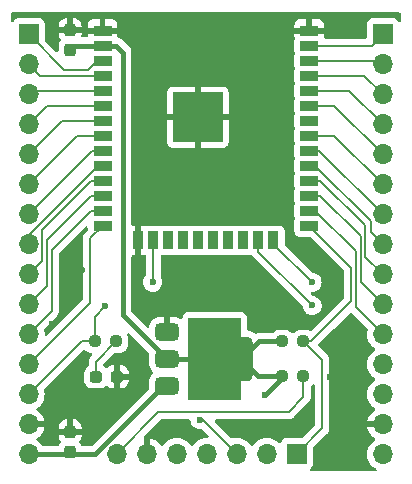
<source format=gtl>
G04 #@! TF.GenerationSoftware,KiCad,Pcbnew,8.0.0*
G04 #@! TF.CreationDate,2024-03-07T23:13:23+01:00*
G04 #@! TF.ProjectId,ESP32j1mmb,45535033-326a-4316-9d6d-622e6b696361,rev?*
G04 #@! TF.SameCoordinates,Original*
G04 #@! TF.FileFunction,Copper,L1,Top*
G04 #@! TF.FilePolarity,Positive*
%FSLAX46Y46*%
G04 Gerber Fmt 4.6, Leading zero omitted, Abs format (unit mm)*
G04 Created by KiCad (PCBNEW 8.0.0) date 2024-03-07 23:13:23*
%MOMM*%
%LPD*%
G01*
G04 APERTURE LIST*
G04 Aperture macros list*
%AMRoundRect*
0 Rectangle with rounded corners*
0 $1 Rounding radius*
0 $2 $3 $4 $5 $6 $7 $8 $9 X,Y pos of 4 corners*
0 Add a 4 corners polygon primitive as box body*
4,1,4,$2,$3,$4,$5,$6,$7,$8,$9,$2,$3,0*
0 Add four circle primitives for the rounded corners*
1,1,$1+$1,$2,$3*
1,1,$1+$1,$4,$5*
1,1,$1+$1,$6,$7*
1,1,$1+$1,$8,$9*
0 Add four rect primitives between the rounded corners*
20,1,$1+$1,$2,$3,$4,$5,0*
20,1,$1+$1,$4,$5,$6,$7,0*
20,1,$1+$1,$6,$7,$8,$9,0*
20,1,$1+$1,$8,$9,$2,$3,0*%
G04 Aperture macros list end*
G04 #@! TA.AperFunction,SMDPad,CuDef*
%ADD10RoundRect,0.375000X-0.625000X-0.375000X0.625000X-0.375000X0.625000X0.375000X-0.625000X0.375000X0*%
G04 #@! TD*
G04 #@! TA.AperFunction,SMDPad,CuDef*
%ADD11RoundRect,0.500000X-0.500000X-1.400000X0.500000X-1.400000X0.500000X1.400000X-0.500000X1.400000X0*%
G04 #@! TD*
G04 #@! TA.AperFunction,SMDPad,CuDef*
%ADD12R,1.500000X0.900000*%
G04 #@! TD*
G04 #@! TA.AperFunction,SMDPad,CuDef*
%ADD13R,0.900000X1.500000*%
G04 #@! TD*
G04 #@! TA.AperFunction,SMDPad,CuDef*
%ADD14R,1.050000X1.050000*%
G04 #@! TD*
G04 #@! TA.AperFunction,HeatsinkPad*
%ADD15C,0.600000*%
G04 #@! TD*
G04 #@! TA.AperFunction,HeatsinkPad*
%ADD16C,1.200000*%
G04 #@! TD*
G04 #@! TA.AperFunction,SMDPad,CuDef*
%ADD17R,4.200000X4.200000*%
G04 #@! TD*
G04 #@! TA.AperFunction,SMDPad,CuDef*
%ADD18RoundRect,0.237500X-0.250000X-0.237500X0.250000X-0.237500X0.250000X0.237500X-0.250000X0.237500X0*%
G04 #@! TD*
G04 #@! TA.AperFunction,ComponentPad*
%ADD19R,1.700000X1.700000*%
G04 #@! TD*
G04 #@! TA.AperFunction,ComponentPad*
%ADD20O,1.700000X1.700000*%
G04 #@! TD*
G04 #@! TA.AperFunction,SMDPad,CuDef*
%ADD21RoundRect,0.237500X0.237500X-0.300000X0.237500X0.300000X-0.237500X0.300000X-0.237500X-0.300000X0*%
G04 #@! TD*
G04 #@! TA.AperFunction,SMDPad,CuDef*
%ADD22RoundRect,0.237500X0.287500X0.237500X-0.287500X0.237500X-0.287500X-0.237500X0.287500X-0.237500X0*%
G04 #@! TD*
G04 #@! TA.AperFunction,ViaPad*
%ADD23C,0.600000*%
G04 #@! TD*
G04 #@! TA.AperFunction,Conductor*
%ADD24C,0.400000*%
G04 #@! TD*
G04 #@! TA.AperFunction,Conductor*
%ADD25C,0.200000*%
G04 #@! TD*
G04 APERTURE END LIST*
D10*
X86700000Y-125200000D03*
X86700000Y-127500000D03*
D11*
X93000000Y-127500000D03*
D10*
X86700000Y-129800000D03*
D12*
X81250000Y-99690000D03*
X81250000Y-100960000D03*
X81250000Y-102230000D03*
X81250000Y-103500000D03*
X81250000Y-104770000D03*
X81250000Y-106040000D03*
X81250000Y-107310000D03*
X81250000Y-108580000D03*
X81250000Y-109850000D03*
X81250000Y-111120000D03*
X81250000Y-112390000D03*
X81250000Y-113660000D03*
X81250000Y-114930000D03*
X81250000Y-116200000D03*
D13*
X84290000Y-117450000D03*
X85560000Y-117450000D03*
X86830000Y-117450000D03*
X88100000Y-117450000D03*
X89370000Y-117450000D03*
X90640000Y-117450000D03*
X91910000Y-117450000D03*
X93180000Y-117450000D03*
X94450000Y-117450000D03*
X95720000Y-117450000D03*
D12*
X98750000Y-116200000D03*
X98750000Y-114930000D03*
X98750000Y-113660000D03*
X98750000Y-112390000D03*
X98750000Y-111120000D03*
X98750000Y-109850000D03*
X98750000Y-108580000D03*
X98750000Y-107310000D03*
X98750000Y-106040000D03*
X98750000Y-104770000D03*
X98750000Y-103500000D03*
X98750000Y-102230000D03*
X98750000Y-100960000D03*
X98750000Y-99690000D03*
D14*
X87795000Y-105505000D03*
D15*
X87795000Y-106267500D03*
D14*
X87795000Y-107030000D03*
D15*
X87795000Y-107792500D03*
D14*
X87795000Y-108555000D03*
D15*
X88557500Y-105505000D03*
D16*
X88557500Y-107030000D03*
D15*
X88557500Y-108555000D03*
D14*
X89320000Y-105505000D03*
D15*
X89320000Y-106267500D03*
D14*
X89320000Y-107030000D03*
D17*
X89320000Y-107030000D03*
D15*
X89320000Y-107792500D03*
D14*
X89320000Y-108555000D03*
D15*
X90082500Y-105505000D03*
D16*
X90082500Y-107030000D03*
D15*
X90082500Y-108555000D03*
D14*
X90845000Y-105505000D03*
D15*
X90845000Y-106267500D03*
D14*
X90845000Y-107030000D03*
D15*
X90845000Y-107792500D03*
D14*
X90845000Y-108555000D03*
D18*
X96437500Y-128912500D03*
X98262500Y-128912500D03*
D19*
X105000000Y-100000000D03*
D20*
X105000000Y-102540000D03*
X105000000Y-105080000D03*
X105000000Y-107620000D03*
X105000000Y-110160000D03*
X105000000Y-112700000D03*
X105000000Y-115240000D03*
X105000000Y-117780000D03*
X105000000Y-120320000D03*
X105000000Y-122860000D03*
X105000000Y-125400000D03*
X105000000Y-127940000D03*
X105000000Y-130480000D03*
X105000000Y-133020000D03*
X105000000Y-135560000D03*
D21*
X78500000Y-101362500D03*
X78500000Y-99637500D03*
D18*
X80587500Y-126000000D03*
X82412500Y-126000000D03*
D19*
X75000000Y-100000000D03*
D20*
X75000000Y-102540000D03*
X75000000Y-105080000D03*
X75000000Y-107620000D03*
X75000000Y-110160000D03*
X75000000Y-112700000D03*
X75000000Y-115240000D03*
X75000000Y-117780000D03*
X75000000Y-120320000D03*
X75000000Y-122860000D03*
X75000000Y-125400000D03*
X75000000Y-127940000D03*
X75000000Y-130480000D03*
X75000000Y-133020000D03*
X75000000Y-135560000D03*
D19*
X97700000Y-135500000D03*
D20*
X95160000Y-135500000D03*
X92620000Y-135500000D03*
X90080000Y-135500000D03*
X87540000Y-135500000D03*
X85000000Y-135500000D03*
X82460000Y-135500000D03*
D22*
X82455000Y-129000000D03*
X80705000Y-129000000D03*
D18*
X96437500Y-126000000D03*
X98262500Y-126000000D03*
D21*
X78500000Y-135362500D03*
X78500000Y-133637500D03*
D23*
X81500000Y-132000000D03*
X98000000Y-133000000D03*
X77000000Y-124500000D03*
X100500000Y-129000000D03*
X77000000Y-99000000D03*
X101500000Y-99000000D03*
X99500000Y-119500000D03*
X79500000Y-120000000D03*
X95000000Y-122500000D03*
X95000000Y-130500000D03*
X81500000Y-122999994D03*
X85500000Y-121000000D03*
X89500000Y-132650000D03*
X99000000Y-121000000D03*
X99000012Y-122959606D03*
D24*
X86700000Y-127500000D02*
X83000000Y-123800000D01*
X81250000Y-100960000D02*
X78902500Y-100960000D01*
X83000000Y-123800000D02*
X83000000Y-101560000D01*
X83000000Y-101560000D02*
X82400000Y-100960000D01*
X93000000Y-127500000D02*
X94500000Y-126000000D01*
X82400000Y-100960000D02*
X81250000Y-100960000D01*
X94500000Y-126000000D02*
X96437500Y-126000000D01*
X96437500Y-128912500D02*
X96437500Y-129062500D01*
X94412500Y-128912500D02*
X96437500Y-128912500D01*
X86700000Y-127500000D02*
X93000000Y-127500000D01*
X78902500Y-100960000D02*
X78500000Y-101362500D01*
X93000000Y-127500000D02*
X94412500Y-128912500D01*
X96437500Y-129062500D02*
X95000000Y-130500000D01*
X86392233Y-129800000D02*
X86700000Y-129800000D01*
X80632233Y-135560000D02*
X86392233Y-129800000D01*
X78302500Y-135560000D02*
X78500000Y-135362500D01*
X75000000Y-135560000D02*
X80632233Y-135560000D01*
X75000000Y-135560000D02*
X78302500Y-135560000D01*
D25*
X76580000Y-106040000D02*
X75000000Y-107620000D01*
X81250000Y-106040000D02*
X76580000Y-106040000D01*
X98262500Y-130737500D02*
X98262500Y-128912500D01*
X82460000Y-135500000D02*
X85960000Y-132000000D01*
X75000000Y-100000000D02*
X78000000Y-103000000D01*
X80770000Y-102230000D02*
X81250000Y-102230000D01*
X80000000Y-103000000D02*
X80770000Y-102230000D01*
X85960000Y-132000000D02*
X97000000Y-132000000D01*
X78000000Y-103000000D02*
X80000000Y-103000000D01*
X97000000Y-132000000D02*
X98262500Y-130737500D01*
X81250000Y-104770000D02*
X75310000Y-104770000D01*
X75310000Y-104770000D02*
X75000000Y-105080000D01*
X80300000Y-112390000D02*
X76150000Y-116540000D01*
X76150000Y-116540000D02*
X76150000Y-119170000D01*
X81250000Y-112390000D02*
X80300000Y-112390000D01*
X76150000Y-119170000D02*
X75000000Y-120320000D01*
X81250000Y-108580000D02*
X79120000Y-108580000D01*
X79120000Y-108580000D02*
X75000000Y-112700000D01*
X76950000Y-123450000D02*
X75000000Y-125400000D01*
X76950000Y-118280000D02*
X76950000Y-123450000D01*
X80300000Y-114930000D02*
X76950000Y-118280000D01*
X81250000Y-114930000D02*
X80300000Y-114930000D01*
X77850000Y-107310000D02*
X75000000Y-110160000D01*
X81250000Y-107310000D02*
X77850000Y-107310000D01*
X81250000Y-113660000D02*
X80300000Y-113660000D01*
X76550000Y-117410000D02*
X76550000Y-121310000D01*
X76550000Y-121310000D02*
X75000000Y-122860000D01*
X80300000Y-113660000D02*
X76550000Y-117410000D01*
X85560000Y-120940000D02*
X85560000Y-117450000D01*
X75000000Y-130480000D02*
X79480000Y-126000000D01*
X85500000Y-121000000D02*
X85560000Y-120940000D01*
X80587500Y-126000000D02*
X80587500Y-123912494D01*
X80587500Y-123912494D02*
X81500000Y-122999994D01*
X79480000Y-126000000D02*
X80587500Y-126000000D01*
X75000000Y-102540000D02*
X75960000Y-103500000D01*
X75960000Y-103500000D02*
X81250000Y-103500000D01*
X80187500Y-117262500D02*
X80187500Y-122752500D01*
X80187500Y-122752500D02*
X75000000Y-127940000D01*
X81250000Y-116200000D02*
X80187500Y-117262500D01*
X81250000Y-109850000D02*
X80390000Y-109850000D01*
X80390000Y-109850000D02*
X75000000Y-115240000D01*
X75000000Y-117000000D02*
X75000000Y-117780000D01*
X80880000Y-111120000D02*
X75000000Y-117000000D01*
X81250000Y-111120000D02*
X80880000Y-111120000D01*
X89770000Y-132650000D02*
X89500000Y-132650000D01*
X102150000Y-104770000D02*
X105000000Y-107620000D01*
X92620000Y-135500000D02*
X89770000Y-132650000D01*
X98750000Y-104770000D02*
X102150000Y-104770000D01*
X98919239Y-126000000D02*
X98262500Y-126000000D01*
X102300001Y-119750001D02*
X102300001Y-122619238D01*
X102300001Y-122619238D02*
X98919239Y-126000000D01*
X99850000Y-133350000D02*
X99850000Y-127587500D01*
X98750000Y-116200000D02*
X102300001Y-119750001D01*
X97700000Y-135500000D02*
X99850000Y-133350000D01*
X99850000Y-127587500D02*
X98262500Y-126000000D01*
X98750000Y-103500000D02*
X103420000Y-103500000D01*
X103420000Y-103500000D02*
X105000000Y-105080000D01*
X104000000Y-116780000D02*
X105000000Y-117780000D01*
X98750000Y-111120000D02*
X99280000Y-111120000D01*
X99280000Y-111120000D02*
X104000000Y-115840000D01*
X104000000Y-115840000D02*
X104000000Y-116780000D01*
X104690000Y-102230000D02*
X105000000Y-102540000D01*
X98750000Y-102230000D02*
X104690000Y-102230000D01*
X98750000Y-108580000D02*
X100880000Y-108580000D01*
X100880000Y-108580000D02*
X105000000Y-112700000D01*
X99610000Y-109850000D02*
X105000000Y-115240000D01*
X98750000Y-109850000D02*
X99610000Y-109850000D01*
X102700000Y-123100000D02*
X105000000Y-125400000D01*
X98750000Y-114930000D02*
X99280000Y-114930000D01*
X99280000Y-114930000D02*
X102700000Y-118350000D01*
X102700000Y-118350000D02*
X102700000Y-123100000D01*
X95720000Y-117750000D02*
X98970000Y-121000000D01*
X98970000Y-121000000D02*
X99000000Y-121000000D01*
X95720000Y-117450000D02*
X95720000Y-117750000D01*
X98750000Y-113660000D02*
X99700000Y-113660000D01*
X103100000Y-120960000D02*
X105000000Y-122860000D01*
X103100000Y-117060000D02*
X103100000Y-120960000D01*
X99700000Y-113660000D02*
X103100000Y-117060000D01*
X103500000Y-116190000D02*
X103500000Y-118820000D01*
X103500000Y-118820000D02*
X105000000Y-120320000D01*
X98750000Y-112390000D02*
X99700000Y-112390000D01*
X99700000Y-112390000D02*
X103500000Y-116190000D01*
X98750000Y-106040000D02*
X100880000Y-106040000D01*
X100880000Y-106040000D02*
X105000000Y-110160000D01*
X104040000Y-100960000D02*
X98750000Y-100960000D01*
X105000000Y-100000000D02*
X104040000Y-100960000D01*
X94450000Y-117450000D02*
X94450000Y-118409594D01*
X94450000Y-118409594D02*
X99000012Y-122959606D01*
X80705000Y-129000000D02*
X80705000Y-127707500D01*
X80705000Y-127707500D02*
X82412500Y-126000000D01*
G04 #@! TA.AperFunction,Conductor*
G36*
X92943039Y-124019685D02*
G01*
X92988794Y-124072489D01*
X93000000Y-124124000D01*
X93000000Y-130876000D01*
X92980315Y-130943039D01*
X92927511Y-130988794D01*
X92876000Y-131000000D01*
X88624000Y-131000000D01*
X88556961Y-130980315D01*
X88511206Y-130927511D01*
X88500000Y-130876000D01*
X88500000Y-124124000D01*
X88519685Y-124056961D01*
X88572489Y-124011206D01*
X88624000Y-124000000D01*
X92876000Y-124000000D01*
X92943039Y-124019685D01*
G37*
G04 #@! TD.AperFunction*
G04 #@! TA.AperFunction,Conductor*
G36*
X102302953Y-123568034D02*
G01*
X102347300Y-123596535D01*
X103667233Y-124916468D01*
X103700718Y-124977791D01*
X103699327Y-125036241D01*
X103664939Y-125164583D01*
X103664936Y-125164596D01*
X103644341Y-125399999D01*
X103644341Y-125400000D01*
X103664936Y-125635403D01*
X103664938Y-125635413D01*
X103726094Y-125863655D01*
X103726096Y-125863659D01*
X103726097Y-125863663D01*
X103761319Y-125939196D01*
X103825965Y-126077830D01*
X103825967Y-126077834D01*
X103961501Y-126271395D01*
X103961506Y-126271402D01*
X104128597Y-126438493D01*
X104128603Y-126438498D01*
X104314158Y-126568425D01*
X104357783Y-126623002D01*
X104364977Y-126692500D01*
X104333454Y-126754855D01*
X104314158Y-126771575D01*
X104128597Y-126901505D01*
X103961505Y-127068597D01*
X103825965Y-127262169D01*
X103825965Y-127262170D01*
X103726098Y-127476335D01*
X103726094Y-127476344D01*
X103664938Y-127704586D01*
X103664936Y-127704596D01*
X103644341Y-127939999D01*
X103644341Y-127940000D01*
X103664936Y-128175403D01*
X103664938Y-128175413D01*
X103726094Y-128403655D01*
X103726096Y-128403659D01*
X103726097Y-128403663D01*
X103747093Y-128448688D01*
X103825965Y-128617830D01*
X103825967Y-128617834D01*
X103961501Y-128811395D01*
X103961506Y-128811402D01*
X104128597Y-128978493D01*
X104128603Y-128978498D01*
X104314158Y-129108425D01*
X104357783Y-129163002D01*
X104364977Y-129232500D01*
X104333454Y-129294855D01*
X104314158Y-129311575D01*
X104128597Y-129441505D01*
X103961505Y-129608597D01*
X103825965Y-129802169D01*
X103825964Y-129802171D01*
X103726098Y-130016335D01*
X103726094Y-130016344D01*
X103664938Y-130244586D01*
X103664936Y-130244596D01*
X103644341Y-130479999D01*
X103644341Y-130480000D01*
X103664936Y-130715403D01*
X103664938Y-130715413D01*
X103726094Y-130943655D01*
X103726096Y-130943659D01*
X103726097Y-130943663D01*
X103812901Y-131129815D01*
X103825965Y-131157830D01*
X103825967Y-131157834D01*
X103961501Y-131351395D01*
X103961506Y-131351402D01*
X104128597Y-131518493D01*
X104128603Y-131518498D01*
X104314594Y-131648730D01*
X104358219Y-131703307D01*
X104365413Y-131772805D01*
X104333890Y-131835160D01*
X104314595Y-131851880D01*
X104128922Y-131981890D01*
X104128920Y-131981891D01*
X103961891Y-132148920D01*
X103961886Y-132148926D01*
X103826400Y-132342420D01*
X103826399Y-132342422D01*
X103726570Y-132556507D01*
X103726567Y-132556513D01*
X103669364Y-132769999D01*
X103669364Y-132770000D01*
X104566988Y-132770000D01*
X104534075Y-132827007D01*
X104500000Y-132954174D01*
X104500000Y-133085826D01*
X104534075Y-133212993D01*
X104566988Y-133270000D01*
X103669364Y-133270000D01*
X103726567Y-133483486D01*
X103726570Y-133483492D01*
X103826399Y-133697578D01*
X103961894Y-133891082D01*
X104128917Y-134058105D01*
X104314595Y-134188119D01*
X104358219Y-134242696D01*
X104365412Y-134312195D01*
X104333890Y-134374549D01*
X104314595Y-134391269D01*
X104128594Y-134521508D01*
X103961505Y-134688597D01*
X103825965Y-134882169D01*
X103825964Y-134882171D01*
X103726098Y-135096335D01*
X103726094Y-135096344D01*
X103664938Y-135324586D01*
X103664936Y-135324596D01*
X103644341Y-135559999D01*
X103644341Y-135560000D01*
X103664936Y-135795403D01*
X103664938Y-135795413D01*
X103726094Y-136023655D01*
X103726096Y-136023659D01*
X103726097Y-136023663D01*
X103797987Y-136177831D01*
X103825965Y-136237830D01*
X103825967Y-136237834D01*
X103919493Y-136371402D01*
X103961505Y-136431401D01*
X104128599Y-136598495D01*
X104225384Y-136666265D01*
X104322165Y-136734032D01*
X104322167Y-136734033D01*
X104322170Y-136734035D01*
X104384539Y-136763118D01*
X104436978Y-136809290D01*
X104456130Y-136876484D01*
X104435914Y-136943365D01*
X104382749Y-136988700D01*
X104332134Y-136999500D01*
X98890103Y-136999500D01*
X98823064Y-136979815D01*
X98777309Y-136927011D01*
X98767365Y-136857853D01*
X98796390Y-136794297D01*
X98815792Y-136776234D01*
X98875240Y-136731730D01*
X98907546Y-136707546D01*
X98993796Y-136592331D01*
X99044091Y-136457483D01*
X99050500Y-136397873D01*
X99050499Y-135050095D01*
X99070184Y-134983057D01*
X99086813Y-134962420D01*
X100218713Y-133830521D01*
X100218716Y-133830520D01*
X100330520Y-133718716D01*
X100380639Y-133631904D01*
X100409577Y-133581785D01*
X100450500Y-133429057D01*
X100450500Y-133270943D01*
X100450500Y-127676559D01*
X100450501Y-127676546D01*
X100450501Y-127508445D01*
X100450501Y-127508443D01*
X100409577Y-127355715D01*
X100355569Y-127262171D01*
X100330520Y-127218784D01*
X100218716Y-127106980D01*
X100218715Y-127106979D01*
X100214385Y-127102649D01*
X100214374Y-127102639D01*
X99527785Y-126416050D01*
X99494300Y-126354727D01*
X99499284Y-126285035D01*
X99527785Y-126240688D01*
X100840631Y-124927842D01*
X102171940Y-123596533D01*
X102233261Y-123563050D01*
X102302953Y-123568034D01*
G37*
G04 #@! TD.AperFunction*
G04 #@! TA.AperFunction,Conductor*
G36*
X88645083Y-132620185D02*
G01*
X88690838Y-132672989D01*
X88701264Y-132710616D01*
X88714630Y-132829250D01*
X88714631Y-132829254D01*
X88774211Y-132999523D01*
X88828439Y-133085826D01*
X88870184Y-133152262D01*
X88997738Y-133279816D01*
X89150478Y-133375789D01*
X89302706Y-133429056D01*
X89320745Y-133435368D01*
X89320750Y-133435369D01*
X89499996Y-133455565D01*
X89500000Y-133455565D01*
X89500003Y-133455565D01*
X89591842Y-133445217D01*
X89644071Y-133439332D01*
X89712893Y-133451386D01*
X89745636Y-133474871D01*
X90206333Y-133935568D01*
X90239818Y-133996891D01*
X90234834Y-134066583D01*
X90192962Y-134122516D01*
X90127498Y-134146933D01*
X90107844Y-134146777D01*
X90080001Y-134144341D01*
X90079999Y-134144341D01*
X89844596Y-134164936D01*
X89844586Y-134164938D01*
X89616344Y-134226094D01*
X89616335Y-134226098D01*
X89402171Y-134325964D01*
X89402169Y-134325965D01*
X89208597Y-134461505D01*
X89041505Y-134628597D01*
X88911575Y-134814158D01*
X88856998Y-134857783D01*
X88787500Y-134864977D01*
X88725145Y-134833454D01*
X88708425Y-134814158D01*
X88578494Y-134628597D01*
X88411402Y-134461506D01*
X88411395Y-134461501D01*
X88403984Y-134456312D01*
X88340651Y-134411965D01*
X88217834Y-134325967D01*
X88217830Y-134325965D01*
X88188300Y-134312195D01*
X88003663Y-134226097D01*
X88003659Y-134226096D01*
X88003655Y-134226094D01*
X87775413Y-134164938D01*
X87775403Y-134164936D01*
X87540001Y-134144341D01*
X87539999Y-134144341D01*
X87304596Y-134164936D01*
X87304586Y-134164938D01*
X87076344Y-134226094D01*
X87076335Y-134226098D01*
X86862171Y-134325964D01*
X86862169Y-134325965D01*
X86668597Y-134461505D01*
X86501508Y-134628594D01*
X86371269Y-134814595D01*
X86316692Y-134858219D01*
X86247193Y-134865412D01*
X86184839Y-134833890D01*
X86168119Y-134814594D01*
X86038113Y-134628926D01*
X86038108Y-134628920D01*
X85871082Y-134461894D01*
X85677578Y-134326399D01*
X85463492Y-134226570D01*
X85463486Y-134226567D01*
X85250000Y-134169364D01*
X85250000Y-135066988D01*
X85192993Y-135034075D01*
X85065826Y-135000000D01*
X84934174Y-135000000D01*
X84807007Y-135034075D01*
X84750000Y-135066988D01*
X84750000Y-134110595D01*
X84769685Y-134043556D01*
X84786313Y-134022921D01*
X86172416Y-132636819D01*
X86233739Y-132603334D01*
X86260097Y-132600500D01*
X88578044Y-132600500D01*
X88645083Y-132620185D01*
G37*
G04 #@! TD.AperFunction*
G04 #@! TA.AperFunction,Conductor*
G36*
X99168834Y-129639870D02*
G01*
X99224767Y-129681742D01*
X99249184Y-129747206D01*
X99249500Y-129756052D01*
X99249500Y-133049902D01*
X99229815Y-133116941D01*
X99213181Y-133137583D01*
X98237582Y-134113181D01*
X98176259Y-134146666D01*
X98149901Y-134149500D01*
X96802129Y-134149500D01*
X96802123Y-134149501D01*
X96742516Y-134155908D01*
X96607671Y-134206202D01*
X96607664Y-134206206D01*
X96492455Y-134292452D01*
X96492452Y-134292455D01*
X96406206Y-134407664D01*
X96406203Y-134407669D01*
X96357189Y-134539083D01*
X96315317Y-134595016D01*
X96249853Y-134619433D01*
X96181580Y-134604581D01*
X96153326Y-134583430D01*
X96031402Y-134461506D01*
X96031395Y-134461501D01*
X96023984Y-134456312D01*
X95960651Y-134411965D01*
X95837834Y-134325967D01*
X95837830Y-134325965D01*
X95808300Y-134312195D01*
X95623663Y-134226097D01*
X95623659Y-134226096D01*
X95623655Y-134226094D01*
X95395413Y-134164938D01*
X95395403Y-134164936D01*
X95160001Y-134144341D01*
X95159999Y-134144341D01*
X94924596Y-134164936D01*
X94924586Y-134164938D01*
X94696344Y-134226094D01*
X94696335Y-134226098D01*
X94482171Y-134325964D01*
X94482169Y-134325965D01*
X94288597Y-134461505D01*
X94121505Y-134628597D01*
X93991575Y-134814158D01*
X93936998Y-134857783D01*
X93867500Y-134864977D01*
X93805145Y-134833454D01*
X93788425Y-134814158D01*
X93658494Y-134628597D01*
X93491402Y-134461506D01*
X93491395Y-134461501D01*
X93483984Y-134456312D01*
X93420651Y-134411965D01*
X93297834Y-134325967D01*
X93297830Y-134325965D01*
X93268300Y-134312195D01*
X93083663Y-134226097D01*
X93083659Y-134226096D01*
X93083655Y-134226094D01*
X92855413Y-134164938D01*
X92855403Y-134164936D01*
X92620001Y-134144341D01*
X92619999Y-134144341D01*
X92384596Y-134164936D01*
X92384586Y-134164938D01*
X92256243Y-134199327D01*
X92186393Y-134197664D01*
X92136469Y-134167233D01*
X91460208Y-133490972D01*
X90781415Y-132812180D01*
X90747931Y-132750858D01*
X90752915Y-132681166D01*
X90794787Y-132625233D01*
X90860251Y-132600816D01*
X90869097Y-132600500D01*
X96913331Y-132600500D01*
X96913347Y-132600501D01*
X96920943Y-132600501D01*
X97079054Y-132600501D01*
X97079057Y-132600501D01*
X97231785Y-132559577D01*
X97281904Y-132530639D01*
X97368716Y-132480520D01*
X97480520Y-132368716D01*
X97480520Y-132368714D01*
X97490728Y-132358507D01*
X97490729Y-132358504D01*
X98743020Y-131106216D01*
X98822077Y-130969284D01*
X98863001Y-130816557D01*
X98863001Y-130658442D01*
X98863001Y-130650847D01*
X98863000Y-130650829D01*
X98863000Y-129870110D01*
X98882685Y-129803071D01*
X98921901Y-129764573D01*
X98973350Y-129732840D01*
X99037819Y-129668371D01*
X99099142Y-129634886D01*
X99168834Y-129639870D01*
G37*
G04 #@! TD.AperFunction*
G04 #@! TA.AperFunction,Conductor*
G36*
X83506248Y-125310166D02*
G01*
X83546326Y-125336984D01*
X85163381Y-126954038D01*
X85196866Y-127015361D01*
X85199179Y-127046762D01*
X85199571Y-127046776D01*
X85199500Y-127048873D01*
X85199500Y-127951122D01*
X85199501Y-127951125D01*
X85202399Y-127993886D01*
X85202399Y-127993887D01*
X85228743Y-128099816D01*
X85247543Y-128175413D01*
X85248360Y-128178696D01*
X85332967Y-128349292D01*
X85332969Y-128349295D01*
X85452277Y-128497721D01*
X85452278Y-128497722D01*
X85521486Y-128553353D01*
X85561405Y-128610696D01*
X85563985Y-128680518D01*
X85528406Y-128740651D01*
X85521486Y-128746647D01*
X85452278Y-128802277D01*
X85452277Y-128802278D01*
X85332969Y-128950704D01*
X85332967Y-128950707D01*
X85248360Y-129121302D01*
X85202400Y-129306107D01*
X85199500Y-129348879D01*
X85199500Y-129950713D01*
X85179815Y-130017752D01*
X85163181Y-130038394D01*
X80378395Y-134823181D01*
X80317072Y-134856666D01*
X80290714Y-134859500D01*
X79537236Y-134859500D01*
X79470197Y-134839815D01*
X79424442Y-134787011D01*
X79419530Y-134774505D01*
X79410908Y-134748484D01*
X79320340Y-134601650D01*
X79306017Y-134587327D01*
X79272532Y-134526004D01*
X79277516Y-134456312D01*
X79306021Y-134411960D01*
X79319947Y-134398035D01*
X79410448Y-134251311D01*
X79410453Y-134251300D01*
X79464680Y-134087652D01*
X79474999Y-133986654D01*
X79475000Y-133986641D01*
X79475000Y-133887500D01*
X77525001Y-133887500D01*
X77525001Y-133986654D01*
X77535319Y-134087652D01*
X77589546Y-134251300D01*
X77589551Y-134251311D01*
X77680052Y-134398034D01*
X77680055Y-134398038D01*
X77693982Y-134411965D01*
X77727467Y-134473288D01*
X77722483Y-134542980D01*
X77693984Y-134587325D01*
X77679661Y-134601648D01*
X77589093Y-134748481D01*
X77589092Y-134748484D01*
X77580470Y-134774505D01*
X77540697Y-134831949D01*
X77476181Y-134858772D01*
X77462764Y-134859500D01*
X76222711Y-134859500D01*
X76155672Y-134839815D01*
X76121136Y-134806623D01*
X76038494Y-134688597D01*
X75871402Y-134521506D01*
X75871401Y-134521505D01*
X75685405Y-134391269D01*
X75641781Y-134336692D01*
X75634588Y-134267193D01*
X75666110Y-134204839D01*
X75685405Y-134188119D01*
X75871082Y-134058105D01*
X76038105Y-133891082D01*
X76173600Y-133697578D01*
X76273429Y-133483492D01*
X76273432Y-133483486D01*
X76299152Y-133387500D01*
X77525000Y-133387500D01*
X78250000Y-133387500D01*
X78250000Y-132600000D01*
X78750000Y-132600000D01*
X78750000Y-133387500D01*
X79474999Y-133387500D01*
X79474999Y-133288360D01*
X79474998Y-133288345D01*
X79464680Y-133187347D01*
X79410453Y-133023699D01*
X79410448Y-133023688D01*
X79319947Y-132876965D01*
X79319944Y-132876961D01*
X79198038Y-132755055D01*
X79198034Y-132755052D01*
X79051311Y-132664551D01*
X79051300Y-132664546D01*
X78887652Y-132610319D01*
X78786654Y-132600000D01*
X78750000Y-132600000D01*
X78250000Y-132600000D01*
X78213361Y-132600000D01*
X78213343Y-132600001D01*
X78112347Y-132610319D01*
X77948699Y-132664546D01*
X77948688Y-132664551D01*
X77801965Y-132755052D01*
X77801961Y-132755055D01*
X77680055Y-132876961D01*
X77680052Y-132876965D01*
X77589551Y-133023688D01*
X77589546Y-133023699D01*
X77535319Y-133187347D01*
X77525000Y-133288345D01*
X77525000Y-133387500D01*
X76299152Y-133387500D01*
X76330636Y-133270000D01*
X75433012Y-133270000D01*
X75465925Y-133212993D01*
X75500000Y-133085826D01*
X75500000Y-132954174D01*
X75465925Y-132827007D01*
X75433012Y-132770000D01*
X76330636Y-132770000D01*
X76330635Y-132769999D01*
X76273432Y-132556513D01*
X76273429Y-132556507D01*
X76173600Y-132342422D01*
X76173599Y-132342420D01*
X76038113Y-132148926D01*
X76038108Y-132148920D01*
X75871078Y-131981890D01*
X75685405Y-131851879D01*
X75641780Y-131797302D01*
X75634588Y-131727804D01*
X75666110Y-131665449D01*
X75685406Y-131648730D01*
X75871401Y-131518495D01*
X76038495Y-131351401D01*
X76174035Y-131157830D01*
X76273903Y-130943663D01*
X76335063Y-130715408D01*
X76355659Y-130480000D01*
X76335063Y-130244592D01*
X76300671Y-130116239D01*
X76302334Y-130046393D01*
X76332763Y-129996470D01*
X79605093Y-126724141D01*
X79666414Y-126690658D01*
X79736106Y-126695642D01*
X79780453Y-126724143D01*
X79876650Y-126820340D01*
X80023484Y-126910908D01*
X80187247Y-126965174D01*
X80288323Y-126975500D01*
X80288367Y-126975499D01*
X80288375Y-126975502D01*
X80291471Y-126975660D01*
X80291462Y-126975820D01*
X80291464Y-126975821D01*
X80291461Y-126975844D01*
X80291433Y-126976399D01*
X80355409Y-126995163D01*
X80401180Y-127047953D01*
X80411145Y-127117108D01*
X80382140Y-127180673D01*
X80376084Y-127187179D01*
X80336287Y-127226977D01*
X80336286Y-127226978D01*
X80224481Y-127338782D01*
X80224479Y-127338785D01*
X80174361Y-127425594D01*
X80174359Y-127425596D01*
X80145425Y-127475709D01*
X80145424Y-127475710D01*
X80137203Y-127506393D01*
X80104499Y-127628443D01*
X80104499Y-127628445D01*
X80104499Y-127796546D01*
X80104500Y-127796559D01*
X80104500Y-128019258D01*
X80084815Y-128086297D01*
X80045597Y-128124796D01*
X79956653Y-128179657D01*
X79956649Y-128179660D01*
X79834661Y-128301648D01*
X79744093Y-128448481D01*
X79744091Y-128448486D01*
X79733915Y-128479196D01*
X79689826Y-128612247D01*
X79689826Y-128612248D01*
X79689825Y-128612248D01*
X79679500Y-128713315D01*
X79679500Y-129286669D01*
X79679501Y-129286687D01*
X79689825Y-129387752D01*
X79707638Y-129441506D01*
X79744092Y-129551516D01*
X79834660Y-129698350D01*
X79956650Y-129820340D01*
X80103484Y-129910908D01*
X80267247Y-129965174D01*
X80368323Y-129975500D01*
X81041676Y-129975499D01*
X81041684Y-129975498D01*
X81041687Y-129975498D01*
X81097030Y-129969844D01*
X81142753Y-129965174D01*
X81306516Y-129910908D01*
X81453350Y-129820340D01*
X81492673Y-129781016D01*
X81553994Y-129747532D01*
X81623685Y-129752516D01*
X81668034Y-129781017D01*
X81706961Y-129819944D01*
X81706965Y-129819947D01*
X81853688Y-129910448D01*
X81853699Y-129910453D01*
X82017347Y-129964680D01*
X82118351Y-129974999D01*
X82205000Y-129974998D01*
X82205000Y-129250000D01*
X82705000Y-129250000D01*
X82705000Y-129974999D01*
X82791640Y-129974999D01*
X82791654Y-129974998D01*
X82892652Y-129964680D01*
X83056300Y-129910453D01*
X83056311Y-129910448D01*
X83203034Y-129819947D01*
X83203038Y-129819944D01*
X83324944Y-129698038D01*
X83324947Y-129698034D01*
X83415448Y-129551311D01*
X83415453Y-129551300D01*
X83469680Y-129387652D01*
X83479999Y-129286654D01*
X83480000Y-129286641D01*
X83480000Y-129250000D01*
X82705000Y-129250000D01*
X82205000Y-129250000D01*
X82205000Y-128025000D01*
X82705000Y-128025000D01*
X82705000Y-128750000D01*
X83479999Y-128750000D01*
X83479999Y-128713360D01*
X83479998Y-128713345D01*
X83469680Y-128612347D01*
X83415453Y-128448699D01*
X83415448Y-128448688D01*
X83324947Y-128301965D01*
X83324944Y-128301961D01*
X83203038Y-128180055D01*
X83203034Y-128180052D01*
X83056311Y-128089551D01*
X83056300Y-128089546D01*
X82892652Y-128035319D01*
X82791654Y-128025000D01*
X82705000Y-128025000D01*
X82205000Y-128025000D01*
X82204999Y-128024999D01*
X82118360Y-128025000D01*
X82118343Y-128025001D01*
X82017347Y-128035319D01*
X81853699Y-128089546D01*
X81853688Y-128089551D01*
X81706965Y-128180052D01*
X81706961Y-128180055D01*
X81668033Y-128218983D01*
X81606710Y-128252468D01*
X81537018Y-128247482D01*
X81492672Y-128218982D01*
X81453350Y-128179660D01*
X81453346Y-128179657D01*
X81364403Y-128124796D01*
X81317678Y-128072848D01*
X81305500Y-128019258D01*
X81305500Y-128007596D01*
X81325185Y-127940557D01*
X81341815Y-127919919D01*
X82249916Y-127011817D01*
X82311239Y-126978333D01*
X82337597Y-126975499D01*
X82711670Y-126975499D01*
X82711676Y-126975499D01*
X82812753Y-126965174D01*
X82976516Y-126910908D01*
X83123350Y-126820340D01*
X83245340Y-126698350D01*
X83335908Y-126551516D01*
X83390174Y-126387753D01*
X83400500Y-126286677D01*
X83400499Y-125713324D01*
X83390174Y-125612247D01*
X83340938Y-125463666D01*
X83338537Y-125393842D01*
X83374268Y-125333799D01*
X83436788Y-125302606D01*
X83506248Y-125310166D01*
G37*
G04 #@! TD.AperFunction*
G04 #@! TA.AperFunction,Conductor*
G36*
X79918834Y-116262914D02*
G01*
X79974767Y-116304786D01*
X79999184Y-116370250D01*
X79999500Y-116379096D01*
X79999500Y-116549902D01*
X79979815Y-116616941D01*
X79963181Y-116637583D01*
X79706981Y-116893782D01*
X79706977Y-116893787D01*
X79663277Y-116969480D01*
X79627923Y-117030715D01*
X79586999Y-117183443D01*
X79586999Y-117183445D01*
X79586999Y-117351546D01*
X79587000Y-117351559D01*
X79587000Y-122452402D01*
X79567315Y-122519441D01*
X79550681Y-122540083D01*
X76564432Y-125526332D01*
X76503109Y-125559817D01*
X76433417Y-125554833D01*
X76377484Y-125512961D01*
X76353067Y-125447497D01*
X76353223Y-125427843D01*
X76355659Y-125400000D01*
X76355659Y-125399999D01*
X76346618Y-125296666D01*
X76335063Y-125164592D01*
X76300671Y-125036239D01*
X76302334Y-124966393D01*
X76332763Y-124916470D01*
X77308506Y-123940728D01*
X77308511Y-123940724D01*
X77318714Y-123930520D01*
X77318716Y-123930520D01*
X77430520Y-123818716D01*
X77509577Y-123681784D01*
X77550500Y-123529057D01*
X77550500Y-118580096D01*
X77570185Y-118513057D01*
X77586814Y-118492420D01*
X79787819Y-116291414D01*
X79849142Y-116257930D01*
X79918834Y-116262914D01*
G37*
G04 #@! TD.AperFunction*
G04 #@! TA.AperFunction,Conductor*
G36*
X106442539Y-98159685D02*
G01*
X106488294Y-98212489D01*
X106499500Y-98264000D01*
X106499500Y-98809897D01*
X106479815Y-98876936D01*
X106427011Y-98922691D01*
X106357853Y-98932635D01*
X106294297Y-98903610D01*
X106276234Y-98884208D01*
X106207547Y-98792455D01*
X106207544Y-98792452D01*
X106092335Y-98706206D01*
X106092328Y-98706202D01*
X105957482Y-98655908D01*
X105957483Y-98655908D01*
X105897883Y-98649501D01*
X105897881Y-98649500D01*
X105897873Y-98649500D01*
X105897864Y-98649500D01*
X104102129Y-98649500D01*
X104102123Y-98649501D01*
X104042516Y-98655908D01*
X103907671Y-98706202D01*
X103907664Y-98706206D01*
X103792455Y-98792452D01*
X103792452Y-98792455D01*
X103706206Y-98907664D01*
X103706202Y-98907671D01*
X103655908Y-99042517D01*
X103649501Y-99102116D01*
X103649501Y-99102123D01*
X103649500Y-99102135D01*
X103649501Y-100235500D01*
X103629816Y-100302539D01*
X103577013Y-100348294D01*
X103525501Y-100359500D01*
X100119589Y-100359500D01*
X100052550Y-100339815D01*
X100006795Y-100287011D01*
X99996300Y-100222242D01*
X99999999Y-100187839D01*
X100000000Y-100187827D01*
X100000000Y-99940000D01*
X97500000Y-99940000D01*
X97500000Y-100187844D01*
X97506401Y-100247372D01*
X97506403Y-100247379D01*
X97518925Y-100280952D01*
X97523909Y-100350643D01*
X97518925Y-100367617D01*
X97505909Y-100402514D01*
X97505908Y-100402516D01*
X97499501Y-100462116D01*
X97499500Y-100462135D01*
X97499500Y-101457870D01*
X97499501Y-101457876D01*
X97505908Y-101517481D01*
X97518659Y-101551669D01*
X97523642Y-101621361D01*
X97518659Y-101638331D01*
X97505908Y-101672518D01*
X97499501Y-101732116D01*
X97499500Y-101732135D01*
X97499500Y-102727870D01*
X97499501Y-102727876D01*
X97505908Y-102787481D01*
X97518659Y-102821669D01*
X97523642Y-102891361D01*
X97518659Y-102908331D01*
X97505908Y-102942518D01*
X97499501Y-103002116D01*
X97499500Y-103002135D01*
X97499500Y-103997870D01*
X97499501Y-103997876D01*
X97505908Y-104057481D01*
X97518659Y-104091669D01*
X97523642Y-104161361D01*
X97518659Y-104178331D01*
X97505908Y-104212518D01*
X97499501Y-104272116D01*
X97499500Y-104272135D01*
X97499500Y-105267870D01*
X97499501Y-105267876D01*
X97505908Y-105327481D01*
X97518659Y-105361669D01*
X97523642Y-105431361D01*
X97518659Y-105448331D01*
X97505908Y-105482518D01*
X97499501Y-105542116D01*
X97499500Y-105542135D01*
X97499500Y-106537870D01*
X97499501Y-106537876D01*
X97505908Y-106597481D01*
X97518659Y-106631669D01*
X97523642Y-106701361D01*
X97518659Y-106718331D01*
X97505908Y-106752518D01*
X97499501Y-106812116D01*
X97499501Y-106812123D01*
X97499500Y-106812135D01*
X97499500Y-107807870D01*
X97499501Y-107807876D01*
X97505908Y-107867481D01*
X97518659Y-107901669D01*
X97523642Y-107971361D01*
X97518659Y-107988331D01*
X97505908Y-108022518D01*
X97499501Y-108082116D01*
X97499500Y-108082135D01*
X97499500Y-109077870D01*
X97499501Y-109077876D01*
X97505908Y-109137481D01*
X97518659Y-109171669D01*
X97523642Y-109241361D01*
X97518659Y-109258331D01*
X97505908Y-109292518D01*
X97499501Y-109352116D01*
X97499500Y-109352135D01*
X97499500Y-110347870D01*
X97499501Y-110347876D01*
X97505908Y-110407481D01*
X97518659Y-110441669D01*
X97523642Y-110511361D01*
X97518659Y-110528331D01*
X97505908Y-110562518D01*
X97499501Y-110622116D01*
X97499500Y-110622135D01*
X97499500Y-111617870D01*
X97499501Y-111617876D01*
X97505908Y-111677481D01*
X97518659Y-111711669D01*
X97523642Y-111781361D01*
X97518659Y-111798331D01*
X97505908Y-111832518D01*
X97499501Y-111892116D01*
X97499500Y-111892135D01*
X97499500Y-112887870D01*
X97499501Y-112887876D01*
X97505908Y-112947481D01*
X97518659Y-112981669D01*
X97523642Y-113051361D01*
X97518659Y-113068331D01*
X97505908Y-113102518D01*
X97499501Y-113162116D01*
X97499500Y-113162135D01*
X97499500Y-114157870D01*
X97499501Y-114157876D01*
X97505908Y-114217481D01*
X97518659Y-114251669D01*
X97523642Y-114321361D01*
X97518659Y-114338331D01*
X97505908Y-114372518D01*
X97499501Y-114432116D01*
X97499500Y-114432135D01*
X97499500Y-115427870D01*
X97499501Y-115427876D01*
X97505908Y-115487481D01*
X97518659Y-115521669D01*
X97523642Y-115591361D01*
X97518659Y-115608331D01*
X97505908Y-115642518D01*
X97499501Y-115702116D01*
X97499500Y-115702135D01*
X97499500Y-116697870D01*
X97499501Y-116697876D01*
X97505908Y-116757483D01*
X97556202Y-116892328D01*
X97556206Y-116892335D01*
X97642452Y-117007544D01*
X97642455Y-117007547D01*
X97757664Y-117093793D01*
X97757671Y-117093797D01*
X97892517Y-117144091D01*
X97892516Y-117144091D01*
X97899444Y-117144835D01*
X97952127Y-117150500D01*
X98799902Y-117150499D01*
X98866941Y-117170183D01*
X98887583Y-117186818D01*
X101663182Y-119962417D01*
X101696667Y-120023740D01*
X101699501Y-120050098D01*
X101699501Y-122319140D01*
X101679816Y-122386179D01*
X101663182Y-122406821D01*
X98991339Y-125078663D01*
X98930016Y-125112148D01*
X98860324Y-125107164D01*
X98838565Y-125096523D01*
X98826523Y-125089096D01*
X98826520Y-125089094D01*
X98826516Y-125089092D01*
X98662753Y-125034826D01*
X98662751Y-125034825D01*
X98561678Y-125024500D01*
X97963330Y-125024500D01*
X97963312Y-125024501D01*
X97862247Y-125034825D01*
X97698484Y-125089092D01*
X97698481Y-125089093D01*
X97551648Y-125179661D01*
X97437681Y-125293629D01*
X97376358Y-125327114D01*
X97306666Y-125322130D01*
X97262319Y-125293629D01*
X97148351Y-125179661D01*
X97148350Y-125179660D01*
X97035598Y-125110114D01*
X97001518Y-125089093D01*
X97001513Y-125089091D01*
X97000069Y-125088612D01*
X96837753Y-125034826D01*
X96837751Y-125034825D01*
X96736678Y-125024500D01*
X96138330Y-125024500D01*
X96138312Y-125024501D01*
X96037247Y-125034825D01*
X95873484Y-125089092D01*
X95873481Y-125089093D01*
X95726648Y-125179661D01*
X95643129Y-125263181D01*
X95581806Y-125296666D01*
X95555448Y-125299500D01*
X94431004Y-125299500D01*
X94323213Y-125320940D01*
X94323214Y-125320941D01*
X94295675Y-125326418D01*
X94295669Y-125326420D01*
X94257207Y-125342352D01*
X94187737Y-125349820D01*
X94131394Y-125323892D01*
X94127774Y-125320940D01*
X94053407Y-125260302D01*
X93873049Y-125166091D01*
X93873048Y-125166090D01*
X93873045Y-125166089D01*
X93755829Y-125132550D01*
X93677418Y-125110114D01*
X93677415Y-125110113D01*
X93677413Y-125110113D01*
X93618518Y-125104877D01*
X93553485Y-125079332D01*
X93512587Y-125022684D01*
X93505500Y-124981364D01*
X93505500Y-124124010D01*
X93505500Y-124124000D01*
X93493947Y-124016544D01*
X93482741Y-123965033D01*
X93478702Y-123952897D01*
X93448616Y-123862502D01*
X93448613Y-123862496D01*
X93370828Y-123741462D01*
X93370825Y-123741457D01*
X93370820Y-123741451D01*
X93325076Y-123688659D01*
X93325072Y-123688656D01*
X93325070Y-123688653D01*
X93216336Y-123594433D01*
X93216333Y-123594431D01*
X93216331Y-123594430D01*
X93085465Y-123534664D01*
X93085460Y-123534662D01*
X93085459Y-123534662D01*
X93026192Y-123517259D01*
X93018417Y-123514976D01*
X92956347Y-123506052D01*
X92876000Y-123494500D01*
X88624000Y-123494500D01*
X88623991Y-123494500D01*
X88623990Y-123494501D01*
X88516549Y-123506052D01*
X88516537Y-123506054D01*
X88465027Y-123517260D01*
X88362502Y-123551383D01*
X88362496Y-123551386D01*
X88241462Y-123629171D01*
X88241451Y-123629179D01*
X88188659Y-123674923D01*
X88094433Y-123783664D01*
X88094430Y-123783668D01*
X88034664Y-123914534D01*
X88014976Y-123981582D01*
X88010428Y-124013216D01*
X87981403Y-124076772D01*
X87922624Y-124114546D01*
X87852755Y-124114546D01*
X87810005Y-124092218D01*
X87799023Y-124083391D01*
X87799022Y-124083390D01*
X87628523Y-123998831D01*
X87443824Y-123952897D01*
X87401097Y-123950000D01*
X86950000Y-123950000D01*
X86950000Y-125326000D01*
X86930315Y-125393039D01*
X86877511Y-125438794D01*
X86826000Y-125450000D01*
X86574000Y-125450000D01*
X86506961Y-125430315D01*
X86461206Y-125377511D01*
X86450000Y-125326000D01*
X86450000Y-123950000D01*
X85998903Y-123950000D01*
X85956175Y-123952897D01*
X85771476Y-123998831D01*
X85600977Y-124083390D01*
X85600974Y-124083392D01*
X85452633Y-124202632D01*
X85452632Y-124202633D01*
X85333392Y-124350974D01*
X85333390Y-124350977D01*
X85248831Y-124521476D01*
X85202897Y-124706175D01*
X85201921Y-124720577D01*
X85177745Y-124786131D01*
X85121966Y-124828208D01*
X85052293Y-124833448D01*
X84990847Y-124800189D01*
X84990524Y-124799867D01*
X83736819Y-123546162D01*
X83703334Y-123484839D01*
X83700500Y-123458481D01*
X83700500Y-118824000D01*
X83720185Y-118756961D01*
X83772989Y-118711206D01*
X83824500Y-118700000D01*
X84040000Y-118700000D01*
X84540000Y-118700000D01*
X84787828Y-118700000D01*
X84787839Y-118699999D01*
X84822242Y-118696300D01*
X84891002Y-118708704D01*
X84942140Y-118756313D01*
X84959500Y-118819589D01*
X84959500Y-120357060D01*
X84939815Y-120424099D01*
X84923181Y-120444741D01*
X84870184Y-120497737D01*
X84774211Y-120650476D01*
X84714631Y-120820745D01*
X84714630Y-120820750D01*
X84694435Y-120999996D01*
X84694435Y-121000003D01*
X84714630Y-121179249D01*
X84714631Y-121179254D01*
X84774211Y-121349523D01*
X84833463Y-121443821D01*
X84870184Y-121502262D01*
X84997738Y-121629816D01*
X85150478Y-121725789D01*
X85320745Y-121785368D01*
X85320750Y-121785369D01*
X85499996Y-121805565D01*
X85500000Y-121805565D01*
X85500004Y-121805565D01*
X85679249Y-121785369D01*
X85679252Y-121785368D01*
X85679255Y-121785368D01*
X85849522Y-121725789D01*
X86002262Y-121629816D01*
X86129816Y-121502262D01*
X86225789Y-121349522D01*
X86285368Y-121179255D01*
X86305565Y-121000000D01*
X86289700Y-120859196D01*
X86285369Y-120820750D01*
X86285366Y-120820737D01*
X86225790Y-120650481D01*
X86225789Y-120650478D01*
X86207675Y-120621649D01*
X86179506Y-120576818D01*
X86160500Y-120510846D01*
X86160500Y-118820093D01*
X86180185Y-118753054D01*
X86232989Y-118707299D01*
X86297754Y-118696804D01*
X86332127Y-118700500D01*
X87327872Y-118700499D01*
X87387483Y-118694091D01*
X87421667Y-118681340D01*
X87491358Y-118676357D01*
X87508327Y-118681338D01*
X87542517Y-118694091D01*
X87602127Y-118700500D01*
X88597872Y-118700499D01*
X88657483Y-118694091D01*
X88691667Y-118681340D01*
X88761358Y-118676357D01*
X88778327Y-118681338D01*
X88812517Y-118694091D01*
X88872127Y-118700500D01*
X89867872Y-118700499D01*
X89927483Y-118694091D01*
X89961667Y-118681340D01*
X90031358Y-118676357D01*
X90048327Y-118681338D01*
X90082517Y-118694091D01*
X90142127Y-118700500D01*
X91137872Y-118700499D01*
X91197483Y-118694091D01*
X91231667Y-118681340D01*
X91301358Y-118676357D01*
X91318327Y-118681338D01*
X91352517Y-118694091D01*
X91412127Y-118700500D01*
X92407872Y-118700499D01*
X92467483Y-118694091D01*
X92501667Y-118681340D01*
X92571358Y-118676357D01*
X92588327Y-118681338D01*
X92622517Y-118694091D01*
X92682127Y-118700500D01*
X93677872Y-118700499D01*
X93737483Y-118694091D01*
X93771667Y-118681340D01*
X93841358Y-118676357D01*
X93858335Y-118681342D01*
X93886869Y-118691985D01*
X93942802Y-118733857D01*
X93950921Y-118746165D01*
X93969479Y-118778309D01*
X94088349Y-118897179D01*
X94088355Y-118897184D01*
X98169310Y-122978140D01*
X98202795Y-123039463D01*
X98204849Y-123051937D01*
X98214642Y-123138855D01*
X98274222Y-123309127D01*
X98368068Y-123458481D01*
X98370196Y-123461868D01*
X98497750Y-123589422D01*
X98588092Y-123646188D01*
X98644752Y-123681790D01*
X98650490Y-123685395D01*
X98810689Y-123741451D01*
X98820757Y-123744974D01*
X98820762Y-123744975D01*
X99000008Y-123765171D01*
X99000012Y-123765171D01*
X99000016Y-123765171D01*
X99179261Y-123744975D01*
X99179264Y-123744974D01*
X99179267Y-123744974D01*
X99349534Y-123685395D01*
X99502274Y-123589422D01*
X99629828Y-123461868D01*
X99725801Y-123309128D01*
X99785380Y-123138861D01*
X99795174Y-123051937D01*
X99805577Y-122959609D01*
X99805577Y-122959602D01*
X99785381Y-122780356D01*
X99785380Y-122780351D01*
X99730879Y-122624596D01*
X99725801Y-122610084D01*
X99629828Y-122457344D01*
X99502274Y-122329790D01*
X99437994Y-122289400D01*
X99349533Y-122233816D01*
X99179261Y-122174236D01*
X99092343Y-122164443D01*
X99027929Y-122137376D01*
X99018546Y-122128904D01*
X98906888Y-122017246D01*
X98873403Y-121955923D01*
X98878387Y-121886231D01*
X98920259Y-121830298D01*
X98985723Y-121805881D01*
X98994569Y-121805565D01*
X99000004Y-121805565D01*
X99179249Y-121785369D01*
X99179252Y-121785368D01*
X99179255Y-121785368D01*
X99349522Y-121725789D01*
X99502262Y-121629816D01*
X99629816Y-121502262D01*
X99725789Y-121349522D01*
X99785368Y-121179255D01*
X99805565Y-121000000D01*
X99789700Y-120859196D01*
X99785369Y-120820750D01*
X99785368Y-120820745D01*
X99755875Y-120736458D01*
X99725789Y-120650478D01*
X99629816Y-120497738D01*
X99502262Y-120370184D01*
X99422395Y-120320000D01*
X99349521Y-120274210D01*
X99179249Y-120214630D01*
X99058520Y-120201027D01*
X98994106Y-120173960D01*
X98984723Y-120165488D01*
X96706818Y-117887583D01*
X96673333Y-117826260D01*
X96670499Y-117799902D01*
X96670499Y-116652129D01*
X96670498Y-116652123D01*
X96666716Y-116616941D01*
X96664091Y-116592517D01*
X96650843Y-116556998D01*
X96613797Y-116457671D01*
X96613793Y-116457664D01*
X96527547Y-116342455D01*
X96527544Y-116342452D01*
X96412335Y-116256206D01*
X96412328Y-116256202D01*
X96277482Y-116205908D01*
X96277483Y-116205908D01*
X96217883Y-116199501D01*
X96217881Y-116199500D01*
X96217873Y-116199500D01*
X96217864Y-116199500D01*
X95222129Y-116199500D01*
X95222123Y-116199501D01*
X95162518Y-116205908D01*
X95128331Y-116218659D01*
X95058639Y-116223642D01*
X95041669Y-116218659D01*
X95024140Y-116212121D01*
X95007483Y-116205909D01*
X95007482Y-116205908D01*
X94947883Y-116199501D01*
X94947881Y-116199500D01*
X94947873Y-116199500D01*
X94947864Y-116199500D01*
X93952129Y-116199500D01*
X93952123Y-116199501D01*
X93892518Y-116205908D01*
X93858331Y-116218659D01*
X93788639Y-116223642D01*
X93771669Y-116218659D01*
X93754140Y-116212121D01*
X93737483Y-116205909D01*
X93737482Y-116205908D01*
X93677883Y-116199501D01*
X93677881Y-116199500D01*
X93677873Y-116199500D01*
X93677864Y-116199500D01*
X92682129Y-116199500D01*
X92682123Y-116199501D01*
X92622518Y-116205908D01*
X92588331Y-116218659D01*
X92518639Y-116223642D01*
X92501669Y-116218659D01*
X92484140Y-116212121D01*
X92467483Y-116205909D01*
X92467482Y-116205908D01*
X92407883Y-116199501D01*
X92407881Y-116199500D01*
X92407873Y-116199500D01*
X92407864Y-116199500D01*
X91412129Y-116199500D01*
X91412123Y-116199501D01*
X91352518Y-116205908D01*
X91318331Y-116218659D01*
X91248639Y-116223642D01*
X91231669Y-116218659D01*
X91214140Y-116212121D01*
X91197483Y-116205909D01*
X91197482Y-116205908D01*
X91137883Y-116199501D01*
X91137881Y-116199500D01*
X91137873Y-116199500D01*
X91137864Y-116199500D01*
X90142129Y-116199500D01*
X90142123Y-116199501D01*
X90082518Y-116205908D01*
X90048331Y-116218659D01*
X89978639Y-116223642D01*
X89961669Y-116218659D01*
X89944140Y-116212121D01*
X89927483Y-116205909D01*
X89927482Y-116205908D01*
X89867883Y-116199501D01*
X89867881Y-116199500D01*
X89867873Y-116199500D01*
X89867864Y-116199500D01*
X88872129Y-116199500D01*
X88872123Y-116199501D01*
X88812518Y-116205908D01*
X88778331Y-116218659D01*
X88708639Y-116223642D01*
X88691669Y-116218659D01*
X88674140Y-116212121D01*
X88657483Y-116205909D01*
X88657482Y-116205908D01*
X88597883Y-116199501D01*
X88597881Y-116199500D01*
X88597873Y-116199500D01*
X88597864Y-116199500D01*
X87602129Y-116199500D01*
X87602123Y-116199501D01*
X87542518Y-116205908D01*
X87508331Y-116218659D01*
X87438639Y-116223642D01*
X87421669Y-116218659D01*
X87404140Y-116212121D01*
X87387483Y-116205909D01*
X87387482Y-116205908D01*
X87327883Y-116199501D01*
X87327881Y-116199500D01*
X87327873Y-116199500D01*
X87327864Y-116199500D01*
X86332129Y-116199500D01*
X86332123Y-116199501D01*
X86272518Y-116205908D01*
X86238331Y-116218659D01*
X86168639Y-116223642D01*
X86151669Y-116218659D01*
X86134140Y-116212121D01*
X86117483Y-116205909D01*
X86117482Y-116205908D01*
X86057883Y-116199501D01*
X86057881Y-116199500D01*
X86057873Y-116199500D01*
X86057864Y-116199500D01*
X85062129Y-116199500D01*
X85062123Y-116199501D01*
X85002520Y-116205908D01*
X85002517Y-116205908D01*
X85002517Y-116205909D01*
X84967620Y-116218925D01*
X84967617Y-116218926D01*
X84897925Y-116223909D01*
X84880952Y-116218925D01*
X84847379Y-116206403D01*
X84847372Y-116206401D01*
X84787844Y-116200000D01*
X84540000Y-116200000D01*
X84540000Y-118700000D01*
X84040000Y-118700000D01*
X84040000Y-116200000D01*
X83824500Y-116200000D01*
X83757461Y-116180315D01*
X83711706Y-116127511D01*
X83700500Y-116076000D01*
X83700500Y-107280000D01*
X86720000Y-107280000D01*
X86720000Y-109177844D01*
X86726401Y-109237372D01*
X86726403Y-109237379D01*
X86776645Y-109372086D01*
X86776649Y-109372093D01*
X86862809Y-109487187D01*
X86862812Y-109487190D01*
X86977906Y-109573350D01*
X86977913Y-109573354D01*
X87112620Y-109623596D01*
X87112627Y-109623598D01*
X87172155Y-109629999D01*
X87172172Y-109630000D01*
X89070000Y-109630000D01*
X89570000Y-109630000D01*
X91467828Y-109630000D01*
X91467844Y-109629999D01*
X91527372Y-109623598D01*
X91527379Y-109623596D01*
X91662086Y-109573354D01*
X91662093Y-109573350D01*
X91777187Y-109487190D01*
X91777190Y-109487187D01*
X91863350Y-109372093D01*
X91863354Y-109372086D01*
X91913596Y-109237379D01*
X91913598Y-109237372D01*
X91919999Y-109177844D01*
X91920000Y-109177827D01*
X91920000Y-107280000D01*
X91095000Y-107280000D01*
X91095000Y-107688947D01*
X91110872Y-107704819D01*
X91144357Y-107766142D01*
X91139373Y-107835834D01*
X91110872Y-107880181D01*
X91095000Y-107896052D01*
X91095000Y-108681000D01*
X91075315Y-108748039D01*
X91022511Y-108793794D01*
X90971000Y-108805000D01*
X90186052Y-108805000D01*
X90170181Y-108820872D01*
X90108858Y-108854357D01*
X90039166Y-108849373D01*
X89994819Y-108820872D01*
X89978947Y-108805000D01*
X89570000Y-108805000D01*
X89570000Y-109630000D01*
X89070000Y-109630000D01*
X89070000Y-108805000D01*
X88661052Y-108805000D01*
X88645181Y-108820872D01*
X88583858Y-108854357D01*
X88514166Y-108849373D01*
X88469819Y-108820872D01*
X88453947Y-108805000D01*
X87669000Y-108805000D01*
X87601961Y-108785315D01*
X87556206Y-108732511D01*
X87545000Y-108681000D01*
X87545000Y-108574891D01*
X88457500Y-108574891D01*
X88472724Y-108611645D01*
X88500855Y-108639776D01*
X88537609Y-108655000D01*
X88577391Y-108655000D01*
X88614145Y-108639776D01*
X88642276Y-108611645D01*
X88657500Y-108574891D01*
X89982500Y-108574891D01*
X89997724Y-108611645D01*
X90025855Y-108639776D01*
X90062609Y-108655000D01*
X90102391Y-108655000D01*
X90139145Y-108639776D01*
X90167276Y-108611645D01*
X90182500Y-108574891D01*
X90182500Y-108535109D01*
X90167276Y-108498355D01*
X90139145Y-108470224D01*
X90102391Y-108455000D01*
X90062609Y-108455000D01*
X90025855Y-108470224D01*
X89997724Y-108498355D01*
X89982500Y-108535109D01*
X89982500Y-108574891D01*
X88657500Y-108574891D01*
X88657500Y-108535109D01*
X88642276Y-108498355D01*
X88614145Y-108470224D01*
X88577391Y-108455000D01*
X88537609Y-108455000D01*
X88500855Y-108470224D01*
X88472724Y-108498355D01*
X88457500Y-108535109D01*
X88457500Y-108574891D01*
X87545000Y-108574891D01*
X87545000Y-107896053D01*
X87529128Y-107880181D01*
X87495643Y-107818858D01*
X87496105Y-107812391D01*
X87695000Y-107812391D01*
X87710224Y-107849145D01*
X87738355Y-107877276D01*
X87775109Y-107892500D01*
X87814891Y-107892500D01*
X87851645Y-107877276D01*
X87879776Y-107849145D01*
X87895000Y-107812391D01*
X87895000Y-107792499D01*
X88148553Y-107792499D01*
X88557500Y-108201446D01*
X88920722Y-107838224D01*
X88946553Y-107812391D01*
X89220000Y-107812391D01*
X89235224Y-107849145D01*
X89263355Y-107877276D01*
X89300109Y-107892500D01*
X89339891Y-107892500D01*
X89376645Y-107877276D01*
X89404776Y-107849145D01*
X89420000Y-107812391D01*
X89420000Y-107792499D01*
X89673553Y-107792499D01*
X90082500Y-108201446D01*
X90445722Y-107838224D01*
X90471553Y-107812391D01*
X90745000Y-107812391D01*
X90760224Y-107849145D01*
X90788355Y-107877276D01*
X90825109Y-107892500D01*
X90864891Y-107892500D01*
X90901645Y-107877276D01*
X90929776Y-107849145D01*
X90945000Y-107812391D01*
X90945000Y-107772609D01*
X90929776Y-107735855D01*
X90901645Y-107707724D01*
X90864891Y-107692500D01*
X90825109Y-107692500D01*
X90788355Y-107707724D01*
X90760224Y-107735855D01*
X90745000Y-107772609D01*
X90745000Y-107812391D01*
X90471553Y-107812391D01*
X90491445Y-107792498D01*
X90318946Y-107620001D01*
X90318945Y-107620000D01*
X90128947Y-107430000D01*
X90135161Y-107430000D01*
X90236894Y-107402741D01*
X90328106Y-107350080D01*
X90402580Y-107275606D01*
X90455241Y-107184394D01*
X90482500Y-107082661D01*
X90482500Y-106977339D01*
X90455241Y-106875606D01*
X90402580Y-106784394D01*
X90328106Y-106709920D01*
X90236894Y-106657259D01*
X90135161Y-106630000D01*
X90128946Y-106630000D01*
X90471555Y-106287391D01*
X90745000Y-106287391D01*
X90760224Y-106324145D01*
X90788355Y-106352276D01*
X90825109Y-106367500D01*
X90864891Y-106367500D01*
X90901645Y-106352276D01*
X90929776Y-106324145D01*
X90945000Y-106287391D01*
X90945000Y-106247609D01*
X90929776Y-106210855D01*
X90901645Y-106182724D01*
X90864891Y-106167500D01*
X90825109Y-106167500D01*
X90788355Y-106182724D01*
X90760224Y-106210855D01*
X90745000Y-106247609D01*
X90745000Y-106287391D01*
X90471555Y-106287391D01*
X90491446Y-106267500D01*
X90137892Y-105913946D01*
X90082500Y-105858553D01*
X90027108Y-105913946D01*
X90027107Y-105913947D01*
X89673553Y-106267499D01*
X90036054Y-106630000D01*
X90029839Y-106630000D01*
X89928106Y-106657259D01*
X89836894Y-106709920D01*
X89762420Y-106784394D01*
X89709759Y-106875606D01*
X89682500Y-106977339D01*
X89682500Y-107082661D01*
X89709759Y-107184394D01*
X89762420Y-107275606D01*
X89836894Y-107350080D01*
X89928106Y-107402741D01*
X90029839Y-107430000D01*
X90036052Y-107430000D01*
X89846054Y-107619999D01*
X89846054Y-107620000D01*
X89673553Y-107792499D01*
X89420000Y-107792499D01*
X89420000Y-107772609D01*
X89404776Y-107735855D01*
X89376645Y-107707724D01*
X89339891Y-107692500D01*
X89300109Y-107692500D01*
X89263355Y-107707724D01*
X89235224Y-107735855D01*
X89220000Y-107772609D01*
X89220000Y-107812391D01*
X88946553Y-107812391D01*
X88966445Y-107792498D01*
X88793946Y-107620001D01*
X88793945Y-107620000D01*
X88603947Y-107430000D01*
X88610161Y-107430000D01*
X88711894Y-107402741D01*
X88803106Y-107350080D01*
X88877580Y-107275606D01*
X88930241Y-107184394D01*
X88957500Y-107082661D01*
X88957500Y-106977339D01*
X88930241Y-106875606D01*
X88877580Y-106784394D01*
X88803106Y-106709920D01*
X88711894Y-106657259D01*
X88610161Y-106630000D01*
X88603946Y-106630000D01*
X88946555Y-106287391D01*
X89220000Y-106287391D01*
X89235224Y-106324145D01*
X89263355Y-106352276D01*
X89300109Y-106367500D01*
X89339891Y-106367500D01*
X89376645Y-106352276D01*
X89404776Y-106324145D01*
X89420000Y-106287391D01*
X89420000Y-106247609D01*
X89404776Y-106210855D01*
X89376645Y-106182724D01*
X89339891Y-106167500D01*
X89300109Y-106167500D01*
X89263355Y-106182724D01*
X89235224Y-106210855D01*
X89220000Y-106247609D01*
X89220000Y-106287391D01*
X88946555Y-106287391D01*
X88966446Y-106267500D01*
X88612892Y-105913946D01*
X88557500Y-105858553D01*
X88502108Y-105913946D01*
X88502107Y-105913947D01*
X88148553Y-106267499D01*
X88511054Y-106630000D01*
X88504839Y-106630000D01*
X88403106Y-106657259D01*
X88311894Y-106709920D01*
X88237420Y-106784394D01*
X88184759Y-106875606D01*
X88157500Y-106977339D01*
X88157500Y-107082661D01*
X88184759Y-107184394D01*
X88237420Y-107275606D01*
X88311894Y-107350080D01*
X88403106Y-107402741D01*
X88504839Y-107430000D01*
X88511052Y-107430000D01*
X88321054Y-107619999D01*
X88321054Y-107620000D01*
X88148553Y-107792499D01*
X87895000Y-107792499D01*
X87895000Y-107772609D01*
X87879776Y-107735855D01*
X87851645Y-107707724D01*
X87814891Y-107692500D01*
X87775109Y-107692500D01*
X87738355Y-107707724D01*
X87710224Y-107735855D01*
X87695000Y-107772609D01*
X87695000Y-107812391D01*
X87496105Y-107812391D01*
X87500627Y-107749166D01*
X87529128Y-107704819D01*
X87544999Y-107688947D01*
X87545000Y-107688946D01*
X87545000Y-107280000D01*
X86720000Y-107280000D01*
X83700500Y-107280000D01*
X83700500Y-106780000D01*
X86720000Y-106780000D01*
X87545000Y-106780000D01*
X87545000Y-106371053D01*
X87529128Y-106355181D01*
X87495643Y-106293858D01*
X87496105Y-106287391D01*
X87695000Y-106287391D01*
X87710224Y-106324145D01*
X87738355Y-106352276D01*
X87775109Y-106367500D01*
X87814891Y-106367500D01*
X87851645Y-106352276D01*
X87879776Y-106324145D01*
X87895000Y-106287391D01*
X87895000Y-106247609D01*
X87879776Y-106210855D01*
X87851645Y-106182724D01*
X87814891Y-106167500D01*
X87775109Y-106167500D01*
X87738355Y-106182724D01*
X87710224Y-106210855D01*
X87695000Y-106247609D01*
X87695000Y-106287391D01*
X87496105Y-106287391D01*
X87500627Y-106224166D01*
X87529128Y-106179819D01*
X87544999Y-106163947D01*
X87545000Y-106163946D01*
X87545000Y-105524891D01*
X88457500Y-105524891D01*
X88472724Y-105561645D01*
X88500855Y-105589776D01*
X88537609Y-105605000D01*
X88577391Y-105605000D01*
X88614145Y-105589776D01*
X88642276Y-105561645D01*
X88657500Y-105524891D01*
X89982500Y-105524891D01*
X89997724Y-105561645D01*
X90025855Y-105589776D01*
X90062609Y-105605000D01*
X90102391Y-105605000D01*
X90139145Y-105589776D01*
X90167276Y-105561645D01*
X90182500Y-105524891D01*
X90182500Y-105485109D01*
X90167276Y-105448355D01*
X90139145Y-105420224D01*
X90102391Y-105405000D01*
X90062609Y-105405000D01*
X90025855Y-105420224D01*
X89997724Y-105448355D01*
X89982500Y-105485109D01*
X89982500Y-105524891D01*
X88657500Y-105524891D01*
X88657500Y-105485109D01*
X88642276Y-105448355D01*
X88614145Y-105420224D01*
X88577391Y-105405000D01*
X88537609Y-105405000D01*
X88500855Y-105420224D01*
X88472724Y-105448355D01*
X88457500Y-105485109D01*
X88457500Y-105524891D01*
X87545000Y-105524891D01*
X87545000Y-105379000D01*
X87564685Y-105311961D01*
X87617489Y-105266206D01*
X87669000Y-105255000D01*
X88453947Y-105255000D01*
X88453947Y-105254999D01*
X88469819Y-105239128D01*
X88531142Y-105205643D01*
X88600834Y-105210627D01*
X88645181Y-105239128D01*
X88661053Y-105255000D01*
X89070000Y-105255000D01*
X89070000Y-104430000D01*
X89570000Y-104430000D01*
X89570000Y-105255000D01*
X89978947Y-105255000D01*
X89978947Y-105254999D01*
X89994819Y-105239128D01*
X90056142Y-105205643D01*
X90125834Y-105210627D01*
X90170181Y-105239128D01*
X90186053Y-105255000D01*
X90971000Y-105255000D01*
X91038039Y-105274685D01*
X91083794Y-105327489D01*
X91095000Y-105379000D01*
X91095000Y-106163947D01*
X91110872Y-106179819D01*
X91144357Y-106241142D01*
X91139373Y-106310834D01*
X91110872Y-106355181D01*
X91095000Y-106371052D01*
X91095000Y-106780000D01*
X91920000Y-106780000D01*
X91920000Y-104882172D01*
X91919999Y-104882155D01*
X91913598Y-104822627D01*
X91913596Y-104822620D01*
X91863354Y-104687913D01*
X91863350Y-104687906D01*
X91777190Y-104572812D01*
X91777187Y-104572809D01*
X91662093Y-104486649D01*
X91662086Y-104486645D01*
X91527379Y-104436403D01*
X91527372Y-104436401D01*
X91467844Y-104430000D01*
X89570000Y-104430000D01*
X89070000Y-104430000D01*
X87172155Y-104430000D01*
X87112627Y-104436401D01*
X87112620Y-104436403D01*
X86977913Y-104486645D01*
X86977906Y-104486649D01*
X86862812Y-104572809D01*
X86862809Y-104572812D01*
X86776649Y-104687906D01*
X86776645Y-104687913D01*
X86726403Y-104822620D01*
X86726401Y-104822627D01*
X86720000Y-104882155D01*
X86720000Y-106780000D01*
X83700500Y-106780000D01*
X83700500Y-101491004D01*
X83678934Y-101382591D01*
X83673580Y-101355671D01*
X83647951Y-101293797D01*
X83620776Y-101228190D01*
X83544112Y-101113454D01*
X82846545Y-100415887D01*
X82731807Y-100339222D01*
X82604330Y-100286420D01*
X82604318Y-100286417D01*
X82599804Y-100285519D01*
X82537894Y-100253132D01*
X82503322Y-100192415D01*
X82500000Y-100163903D01*
X82500000Y-99940000D01*
X80000000Y-99940000D01*
X80000000Y-100135500D01*
X79980315Y-100202539D01*
X79927511Y-100248294D01*
X79876000Y-100259500D01*
X79579456Y-100259500D01*
X79512417Y-100239815D01*
X79466662Y-100187011D01*
X79456718Y-100117853D01*
X79461751Y-100096494D01*
X79464680Y-100087652D01*
X79474999Y-99986654D01*
X79475000Y-99986641D01*
X79475000Y-99887500D01*
X77525001Y-99887500D01*
X77525001Y-99986654D01*
X77535319Y-100087652D01*
X77589546Y-100251300D01*
X77589551Y-100251311D01*
X77680052Y-100398034D01*
X77680055Y-100398038D01*
X77693982Y-100411965D01*
X77727467Y-100473288D01*
X77722483Y-100542980D01*
X77693984Y-100587325D01*
X77679661Y-100601648D01*
X77589093Y-100748481D01*
X77589092Y-100748484D01*
X77534826Y-100912247D01*
X77534826Y-100912248D01*
X77534825Y-100912248D01*
X77524500Y-101013315D01*
X77524500Y-101375903D01*
X77504815Y-101442942D01*
X77452011Y-101488697D01*
X77382853Y-101498641D01*
X77319297Y-101469616D01*
X77312819Y-101463584D01*
X76386818Y-100537583D01*
X76353333Y-100476260D01*
X76350499Y-100449902D01*
X76350499Y-99440000D01*
X80000000Y-99440000D01*
X81000000Y-99440000D01*
X81000000Y-98740000D01*
X81500000Y-98740000D01*
X81500000Y-99440000D01*
X82500000Y-99440000D01*
X97500000Y-99440000D01*
X98500000Y-99440000D01*
X98500000Y-98740000D01*
X99000000Y-98740000D01*
X99000000Y-99440000D01*
X100000000Y-99440000D01*
X100000000Y-99192172D01*
X99999999Y-99192155D01*
X99993598Y-99132627D01*
X99993596Y-99132620D01*
X99943354Y-98997913D01*
X99943350Y-98997906D01*
X99857190Y-98882812D01*
X99857187Y-98882809D01*
X99742093Y-98796649D01*
X99742086Y-98796645D01*
X99607379Y-98746403D01*
X99607372Y-98746401D01*
X99547844Y-98740000D01*
X99000000Y-98740000D01*
X98500000Y-98740000D01*
X97952155Y-98740000D01*
X97892627Y-98746401D01*
X97892620Y-98746403D01*
X97757913Y-98796645D01*
X97757906Y-98796649D01*
X97642812Y-98882809D01*
X97642809Y-98882812D01*
X97556649Y-98997906D01*
X97556645Y-98997913D01*
X97506403Y-99132620D01*
X97506401Y-99132627D01*
X97500000Y-99192155D01*
X97500000Y-99440000D01*
X82500000Y-99440000D01*
X82500000Y-99192172D01*
X82499999Y-99192155D01*
X82493598Y-99132627D01*
X82493596Y-99132620D01*
X82443354Y-98997913D01*
X82443350Y-98997906D01*
X82357190Y-98882812D01*
X82357187Y-98882809D01*
X82242093Y-98796649D01*
X82242086Y-98796645D01*
X82107379Y-98746403D01*
X82107372Y-98746401D01*
X82047844Y-98740000D01*
X81500000Y-98740000D01*
X81000000Y-98740000D01*
X80452155Y-98740000D01*
X80392627Y-98746401D01*
X80392620Y-98746403D01*
X80257913Y-98796645D01*
X80257906Y-98796649D01*
X80142812Y-98882809D01*
X80142809Y-98882812D01*
X80056649Y-98997906D01*
X80056645Y-98997913D01*
X80006403Y-99132620D01*
X80006401Y-99132627D01*
X80000000Y-99192155D01*
X80000000Y-99440000D01*
X76350499Y-99440000D01*
X76350499Y-99387500D01*
X77525000Y-99387500D01*
X78250000Y-99387500D01*
X78250000Y-98600000D01*
X78750000Y-98600000D01*
X78750000Y-99387500D01*
X79474999Y-99387500D01*
X79474999Y-99288360D01*
X79474998Y-99288345D01*
X79464680Y-99187347D01*
X79410453Y-99023699D01*
X79410448Y-99023688D01*
X79319947Y-98876965D01*
X79319944Y-98876961D01*
X79198038Y-98755055D01*
X79198034Y-98755052D01*
X79051311Y-98664551D01*
X79051300Y-98664546D01*
X78887652Y-98610319D01*
X78786654Y-98600000D01*
X78750000Y-98600000D01*
X78250000Y-98600000D01*
X78213361Y-98600000D01*
X78213343Y-98600001D01*
X78112347Y-98610319D01*
X77948699Y-98664546D01*
X77948688Y-98664551D01*
X77801965Y-98755052D01*
X77801961Y-98755055D01*
X77680055Y-98876961D01*
X77680052Y-98876965D01*
X77589551Y-99023688D01*
X77589546Y-99023699D01*
X77535319Y-99187347D01*
X77525000Y-99288345D01*
X77525000Y-99387500D01*
X76350499Y-99387500D01*
X76350499Y-99102129D01*
X76350498Y-99102123D01*
X76350497Y-99102116D01*
X76344091Y-99042517D01*
X76337072Y-99023699D01*
X76293797Y-98907671D01*
X76293793Y-98907664D01*
X76207547Y-98792455D01*
X76207544Y-98792452D01*
X76092335Y-98706206D01*
X76092328Y-98706202D01*
X75957482Y-98655908D01*
X75957483Y-98655908D01*
X75897883Y-98649501D01*
X75897881Y-98649500D01*
X75897873Y-98649500D01*
X75897864Y-98649500D01*
X74102129Y-98649500D01*
X74102123Y-98649501D01*
X74042516Y-98655908D01*
X73907671Y-98706202D01*
X73907664Y-98706206D01*
X73792455Y-98792452D01*
X73792452Y-98792455D01*
X73723766Y-98884208D01*
X73667832Y-98926079D01*
X73598141Y-98931063D01*
X73536818Y-98897577D01*
X73503334Y-98836254D01*
X73500500Y-98809897D01*
X73500500Y-98264000D01*
X73520185Y-98196961D01*
X73572989Y-98151206D01*
X73624500Y-98140000D01*
X106375500Y-98140000D01*
X106442539Y-98159685D01*
G37*
G04 #@! TD.AperFunction*
M02*

</source>
